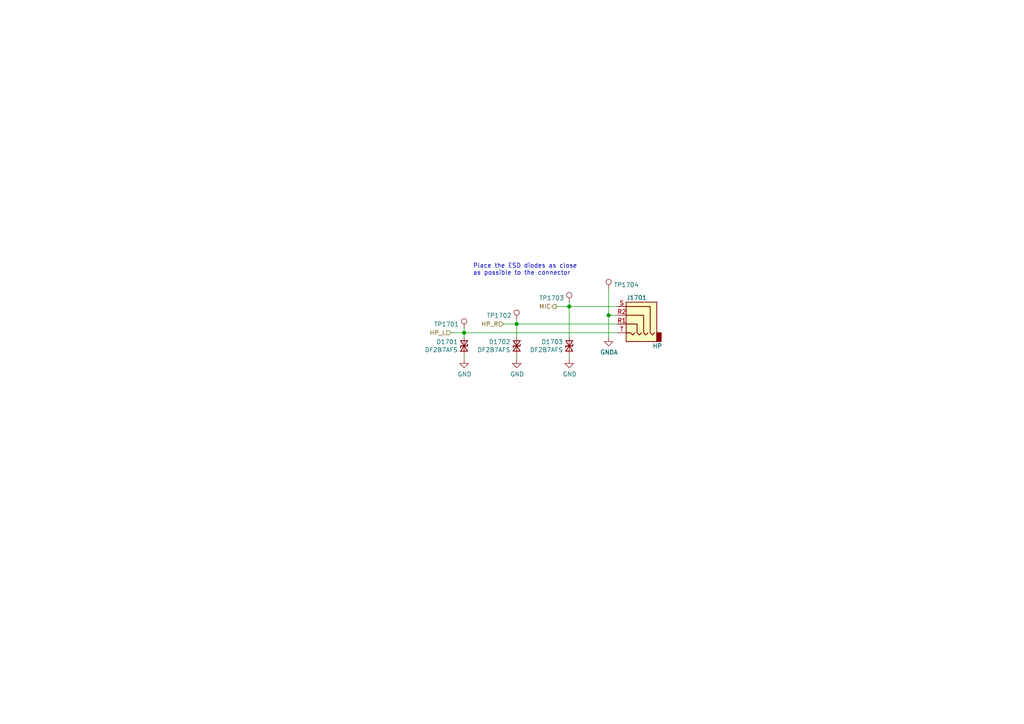
<source format=kicad_sch>
(kicad_sch (version 20210621) (generator eeschema)
  (paper "A4")
  (lib_symbols
    (symbol "DIYPie:CUI_DEVICES_SJ-43514-SMT"
      (property "Reference" "J" (at 0 8.89 0))
      (property "Value" "CUI_DEVICES_SJ-43514-SMT" (at 0 6.35 0))
      (symbol "CUI_DEVICES_SJ-43514-SMT_0_1"
        (rectangle (start -6.35 -5.08) (end -7.62 -7.62) (stroke (width 0.254)) (fill (type outline)))
        (rectangle (start 2.54 3.81) (end -6.35 -7.62) (stroke (width 0.254)) (fill (type background)))
        (polyline (pts (xy 0 -5.08) (xy 0.635 -5.715) (xy 1.27 -5.08) (xy 2.54 -5.08)) (stroke (width 0.254)))
        (polyline (pts (xy -5.715 -5.08) (xy -5.08 -5.715) (xy -4.445 -5.08) (xy -4.445 2.54) (xy 2.54 2.54)) (stroke (width 0.254)))
        (polyline (pts (xy -1.905 -5.08) (xy -1.27 -5.715) (xy -0.635 -5.08) (xy -0.635 -2.54) (xy 2.54 -2.54)) (stroke (width 0.254)))
        (polyline (pts (xy 2.54 0) (xy -2.54 0) (xy -2.54 -5.08) (xy -3.175 -5.715) (xy -3.81 -5.08)) (stroke (width 0.254)))
      )
      (symbol "CUI_DEVICES_SJ-43514-SMT_1_1"
        (pin passive line (at 5.08 -2.54 180) (length 2.54) (name "~") (number "R1"))
        (pin passive line (at 5.08 0 180) (length 2.54) (name "~") (number "R2"))
        (pin passive line (at 5.08 2.54 180) (length 2.54) (name "~") (number "S"))
        (pin passive line (at 5.08 -5.08 180) (length 2.54) (name "~") (number "T"))
      )
    )
    (symbol "DIYPie:D_TVS_BIDIR" (pin_numbers hide) (pin_names (offset 0.254) hide)
      (property "Reference" "D" (at 0.762 2.286 0))
      (property "Value" "D_TVS_BIDIR" (at 0 -2.286 0))
      (symbol "D_TVS_BIDIR_0_1"
        (polyline (pts (xy 1.524 0) (xy 0 0)))
        (polyline (pts (xy 0.508 1.016) (xy 0 1.016) (xy 0 -1.016)) (stroke (width 0.254)))
        (polyline (pts (xy 1.524 1.016) (xy 0 0) (xy 1.524 -1.016) (xy 1.524 1.016)) (stroke (width 0.254)))
      )
      (symbol "D_TVS_BIDIR_1_1"
        (polyline (pts (xy -1.524 0) (xy 0 0)))
        (polyline (pts (xy -0.508 -1.016) (xy 0 -1.016) (xy 0 1.016)) (stroke (width 0.254)))
        (polyline (pts (xy -1.524 -1.016) (xy 0 0) (xy -1.524 1.016) (xy -1.524 -1.016)) (stroke (width 0.254)))
        (pin passive line (at -2.54 0 0) (length 1.778) (name "A") (number "1"))
        (pin passive line (at 2.54 0 180) (length 1.778) (name "A") (number "2"))
      )
    )
    (symbol "DIYPie:TestPoint" (pin_numbers hide) (pin_names (offset 0.762) hide)
      (property "Reference" "TP" (at 0 5.588 0))
      (property "Value" "TestPoint" (at 0 3.81 0))
      (symbol "TestPoint_0_1"
        (circle (center 0 2.032) (radius 0.762))
      )
      (symbol "TestPoint_1_1"
        (pin passive line (at 0 0 90) (length 1.27) (name "1") (number "1"))
      )
    )
    (symbol "power:GND" (power) (pin_names (offset 0))
      (property "Value" "GND" (at 0 -3.81 0))
      (symbol "GND_0_1"
        (polyline (pts (xy 0 0) (xy 0 -1.27) (xy 1.27 -1.27) (xy 0 -2.54) (xy -1.27 -1.27) (xy 0 -1.27)))
      )
      (symbol "GND_1_1"
        (pin power_in line (at 0 0 270) (length 0) hide (name "GND") (number "1"))
      )
    )
    (symbol "power:GNDA" (power) (pin_names (offset 0))
      (property "Value" "GNDA" (at 0 -3.81 0))
      (symbol "GNDA_0_1"
        (polyline (pts (xy 0 0) (xy 0 -1.27) (xy 1.27 -1.27) (xy 0 -2.54) (xy -1.27 -1.27) (xy 0 -1.27)))
      )
      (symbol "GNDA_1_1"
        (pin power_in line (at 0 0 270) (length 0) hide (name "GNDA") (number "1"))
      )
    )
  )
  (junction (at 134.62 96.52) (diameter 1.016))
  (junction (at 149.86 93.98) (diameter 1.016))
  (junction (at 165.1 88.9) (diameter 1.016))
  (junction (at 176.53 91.44) (diameter 1.016))
  (wire (pts (xy 130.81 96.52) (xy 134.62 96.52)))
  (wire (pts (xy 134.62 95.25) (xy 134.62 96.52)))
  (wire (pts (xy 134.62 96.52) (xy 179.07 96.52)))
  (wire (pts (xy 134.62 97.79) (xy 134.62 96.52)))
  (wire (pts (xy 134.62 104.14) (xy 134.62 102.87)))
  (wire (pts (xy 146.05 93.98) (xy 149.86 93.98)))
  (wire (pts (xy 149.86 92.71) (xy 149.86 93.98)))
  (wire (pts (xy 149.86 93.98) (xy 179.07 93.98)))
  (wire (pts (xy 149.86 97.79) (xy 149.86 93.98)))
  (wire (pts (xy 149.86 104.14) (xy 149.86 102.87)))
  (wire (pts (xy 165.1 87.63) (xy 165.1 88.9)))
  (wire (pts (xy 165.1 88.9) (xy 161.29 88.9)))
  (wire (pts (xy 165.1 88.9) (xy 179.07 88.9)))
  (wire (pts (xy 165.1 97.79) (xy 165.1 88.9)))
  (wire (pts (xy 165.1 104.14) (xy 165.1 102.87)))
  (wire (pts (xy 176.53 83.82) (xy 176.53 91.44)))
  (wire (pts (xy 176.53 91.44) (xy 176.53 97.79)))
  (wire (pts (xy 179.07 91.44) (xy 176.53 91.44)))
  (text "Place the ESD diodes as close \nas possible to the connector" (at 137.16 80.01 0) (effects (font (size 1.27 1.27)) (justify left bottom)))
  (hierarchical_label "HP_L" (shape input) (at 130.81 96.52 180))
  (hierarchical_label "HP_R" (shape input) (at 146.05 93.98 180))
  (hierarchical_label "MIC" (shape output) (at 161.29 88.9 180))
  (symbol (lib_id "DIYPie:TestPoint") (at 134.62 95.25 0) (mirror y) (unit 1)
    (property "Reference" "TP1701" (at 133.1468 94.0562 0) (effects (justify left)))
    (property "Value" "TestPoint" (effects hide))
    (property "Footprint" "DIYPie:TestPoint_Pad_D1.5mm" (effects hide))
    (property "Description" "Generic testpoint" (effects hide))
  )
  (symbol (lib_id "DIYPie:TestPoint") (at 149.86 92.71 0) (mirror y) (unit 1)
    (property "Reference" "TP1702" (at 148.3868 91.5162 0) (effects (justify left)))
    (property "Value" "TestPoint" (effects hide))
    (property "Footprint" "DIYPie:TestPoint_Pad_D1.5mm" (effects hide))
    (property "Description" "Generic testpoint" (effects hide))
  )
  (symbol (lib_id "DIYPie:TestPoint") (at 165.1 87.63 0) (mirror y) (unit 1)
    (property "Reference" "TP1703" (at 163.6268 86.4362 0) (effects (justify left)))
    (property "Value" "TestPoint" (effects hide))
    (property "Footprint" "DIYPie:TestPoint_Pad_D1.5mm" (effects hide))
    (property "Description" "Generic testpoint" (effects hide))
  )
  (symbol (lib_id "DIYPie:TestPoint") (at 176.53 83.82 0) (unit 1)
    (property "Reference" "TP1704" (at 178.0032 82.6262 0) (effects (justify left)))
    (property "Value" "TestPoint" (effects hide))
    (property "Footprint" "DIYPie:TestPoint_Pad_D1.5mm" (effects hide))
    (property "Description" "Generic testpoint" (effects hide))
  )
  (symbol (lib_id "power:GND") (at 134.62 104.14 0) (unit 1)
    (property "Reference" "#PWR01701" (effects hide))
    (property "Value" "GND" (at 134.747 108.5342 0))
  )
  (symbol (lib_id "power:GND") (at 149.86 104.14 0) (unit 1)
    (property "Reference" "#PWR01702" (effects hide))
    (property "Value" "GND" (at 149.987 108.5342 0))
  )
  (symbol (lib_id "power:GND") (at 165.1 104.14 0) (unit 1)
    (property "Reference" "#PWR01703" (effects hide))
    (property "Value" "GND" (at 165.227 108.5342 0))
  )
  (symbol (lib_id "power:GNDA") (at 176.53 97.79 0) (unit 1)
    (property "Reference" "#PWR01704" (effects hide))
    (property "Value" "GNDA" (at 176.657 102.1842 0))
  )
  (symbol (lib_id "DIYPie:D_TVS_BIDIR") (at 134.62 100.33 270) (mirror x) (unit 1)
    (property "Reference" "D1701" (at 132.842 99.1616 90) (effects (justify right)))
    (property "Value" "DF2B7AFS" (at 132.842 101.473 90) (effects (justify right)))
    (property "Footprint" "DIYPie:D_SOD-923" (effects hide))
    (property "Description" "ESD Suppressors / TVS Diodes ESD protection diode 10pF 6.8V" (effects hide))
    (property "Manufacturer" "Toshiba" (effects hide))
    (property "Manufacturer_PN" "DF2B7AFS,L3M" (effects hide))
    (property "Mouser_PN" "757-DF2B7AFSL3M" (effects hide))
    (property "Mouser_PL" "https://eu.mouser.com/ProductDetail/Toshiba/DF2B7AFSL3M?qs=HXFqYaX1Q2xalo%2F5L5PbLA%3D%3D" (effects hide))
  )
  (symbol (lib_id "DIYPie:D_TVS_BIDIR") (at 149.86 100.33 270) (mirror x) (unit 1)
    (property "Reference" "D1702" (at 148.082 99.1616 90) (effects (justify right)))
    (property "Value" "DF2B7AFS" (at 148.082 101.473 90) (effects (justify right)))
    (property "Footprint" "DIYPie:D_SOD-923" (effects hide))
    (property "Description" "ESD Suppressors / TVS Diodes ESD protection diode 10pF 6.8V" (effects hide))
    (property "Manufacturer" "Toshiba" (effects hide))
    (property "Manufacturer_PN" "DF2B7AFS,L3M" (effects hide))
    (property "Mouser_PN" "757-DF2B7AFSL3M" (effects hide))
    (property "Mouser_PL" "https://eu.mouser.com/ProductDetail/Toshiba/DF2B7AFSL3M?qs=HXFqYaX1Q2xalo%2F5L5PbLA%3D%3D" (effects hide))
  )
  (symbol (lib_id "DIYPie:D_TVS_BIDIR") (at 165.1 100.33 270) (mirror x) (unit 1)
    (property "Reference" "D1703" (at 163.322 99.1616 90) (effects (justify right)))
    (property "Value" "DF2B7AFS" (at 163.322 101.473 90) (effects (justify right)))
    (property "Footprint" "DIYPie:D_SOD-923" (effects hide))
    (property "Description" "ESD Suppressors / TVS Diodes ESD protection diode 10pF 6.8V" (effects hide))
    (property "Manufacturer" "Toshiba" (effects hide))
    (property "Manufacturer_PN" "DF2B7AFS,L3M" (effects hide))
    (property "Mouser_PN" "757-DF2B7AFSL3M" (effects hide))
    (property "Mouser_PL" "https://eu.mouser.com/ProductDetail/Toshiba/DF2B7AFSL3M?qs=HXFqYaX1Q2xalo%2F5L5PbLA%3D%3D" (effects hide))
  )
  (symbol (lib_id "DIYPie:CUI_DEVICES_SJ-43514-SMT") (at 184.15 91.44 0) (mirror y) (unit 1)
    (property "Reference" "J1701" (at 181.61 86.36 0) (effects (justify right)))
    (property "Value" "HP" (at 189.23 100.33 0) (effects (justify right)))
    (property "Footprint" "DIYPie:CUI_DEVICES_SJ-43514-SMT" (effects hide))
    (property "Datasheet" "https://www.cuidevices.com/product/resource/sj-4351x-smt.pdf" (effects hide))
    (property "Description" "3.5 mm, 4 Conductors, Right Angle, Surface Mount (SMT), Audio Jack Connector " (effects hide))
    (property "Manufacturer" "CUI DEVICES" (effects hide))
    (property "Manufacturer_PN" "SJ-43514-SMT" (effects hide))
    (property "Mouser_PN" "490-SJ-43514-SMT-TR " (effects hide))
    (property "Mouser_PL" "https://eu.mouser.com/ProductDetail/CUI-Devices/SJ-43514-SMT-TR?qs=%2Fha2pyFadugB3LQZLBGHToeh9KYouWGyT2rTxqNwUuAVYgKKLtJx9w%3D%3D" (effects hide))
  )
)
</source>
